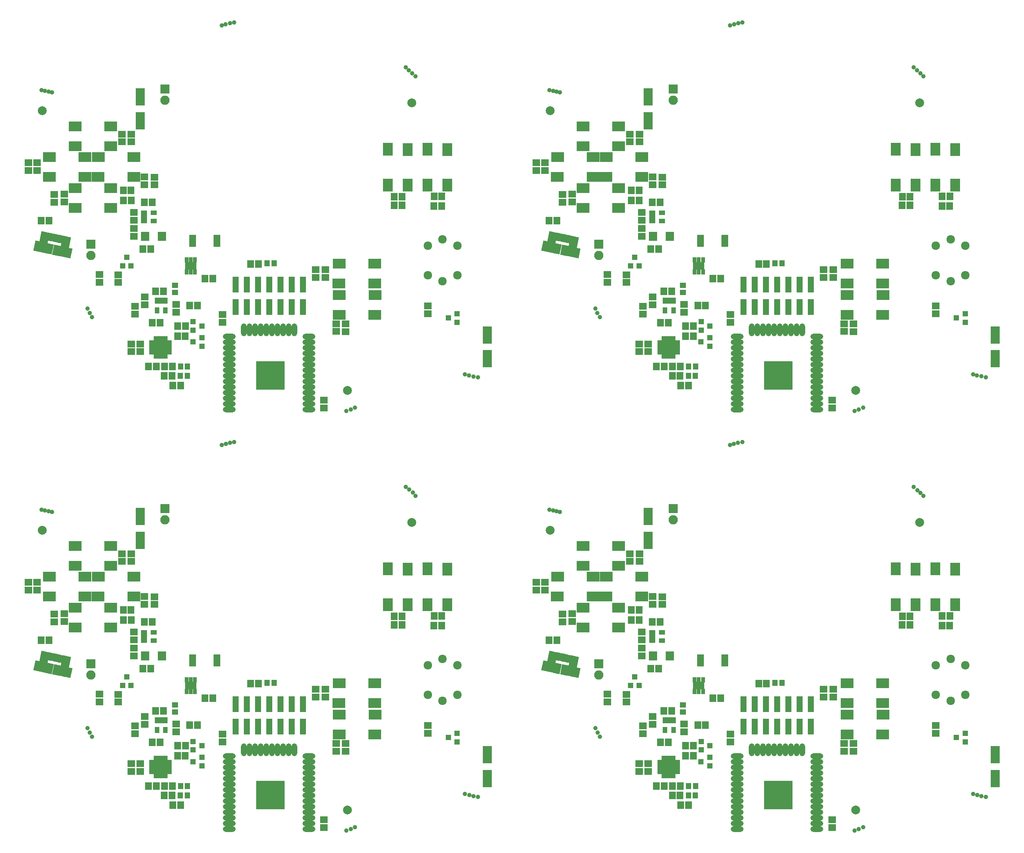
<source format=gbr>
G04 #@! TF.GenerationSoftware,KiCad,Pcbnew,(5.0.0-rc2-100-g6d77e594b)*
G04 #@! TF.CreationDate,2018-09-14T16:14:06+02:00*
G04 #@! TF.ProjectId,BruCON_0x0a,427275434F4E5F307830612E6B696361,rev?*
G04 #@! TF.SameCoordinates,Original*
G04 #@! TF.FileFunction,Soldermask,Top*
G04 #@! TF.FilePolarity,Negative*
%FSLAX46Y46*%
G04 Gerber Fmt 4.6, Leading zero omitted, Abs format (unit mm)*
G04 Created by KiCad (PCBNEW (5.0.0-rc2-100-g6d77e594b)) date Fri Sep 14 16:14:06 2018*
%MOMM*%
%LPD*%
G01*
G04 APERTURE LIST*
%ADD10R,2.200000X2.900000*%
%ADD11R,2.900000X2.200000*%
%ADD12R,1.800000X1.520000*%
%ADD13R,1.900000X2.100000*%
%ADD14C,1.000000*%
%ADD15R,1.520000X1.800000*%
%ADD16R,1.050000X1.460000*%
%ADD17R,1.400000X3.550000*%
%ADD18R,2.000000X3.900000*%
%ADD19R,1.400000X1.220000*%
%ADD20O,2.100000X2.100000*%
%ADD21R,2.100000X2.100000*%
%ADD22C,1.575000*%
%ADD23C,0.100000*%
%ADD24C,2.300000*%
%ADD25C,1.875000*%
%ADD26C,0.850000*%
%ADD27R,1.300000X1.200000*%
%ADD28C,2.000000*%
%ADD29R,0.900000X1.230000*%
%ADD30R,2.550000X1.750000*%
%ADD31R,3.000000X3.000000*%
%ADD32R,0.700000X1.250000*%
%ADD33R,1.250000X0.700000*%
%ADD34R,1.500000X0.650000*%
%ADD35R,1.220000X1.400000*%
%ADD36C,1.924000*%
%ADD37R,6.400000X6.400000*%
%ADD38O,2.900000X1.300000*%
%ADD39O,1.300000X2.900000*%
%ADD40R,1.460000X1.050000*%
%ADD41R,1.200000X1.300000*%
G04 APERTURE END LIST*
D10*
G04 #@! TO.C,SW_A1*
X212400000Y-142060000D03*
X212400000Y-133960000D03*
X216900000Y-134010000D03*
X216900000Y-142060000D03*
G04 #@! TD*
G04 #@! TO.C,SW_A1*
X97400000Y-142060000D03*
X97400000Y-133960000D03*
X101900000Y-134010000D03*
X101900000Y-142060000D03*
G04 #@! TD*
G04 #@! TO.C,SW_A1*
X212400000Y-47060000D03*
X212400000Y-38960000D03*
X216900000Y-39010000D03*
X216900000Y-47060000D03*
G04 #@! TD*
D11*
G04 #@! TO.C,SW_DOWN1*
X149700000Y-147260000D03*
X141600000Y-147260000D03*
X141650000Y-142760000D03*
X149700000Y-142760000D03*
G04 #@! TD*
G04 #@! TO.C,SW_DOWN1*
X34700000Y-147260000D03*
X26600000Y-147260000D03*
X26650000Y-142760000D03*
X34700000Y-142760000D03*
G04 #@! TD*
G04 #@! TO.C,SW_DOWN1*
X149700000Y-52260000D03*
X141600000Y-52260000D03*
X141650000Y-47760000D03*
X149700000Y-47760000D03*
G04 #@! TD*
D12*
G04 #@! TO.C,R1*
X151410000Y-162370000D03*
X151410000Y-164130000D03*
G04 #@! TD*
G04 #@! TO.C,R1*
X36410000Y-162370000D03*
X36410000Y-164130000D03*
G04 #@! TD*
G04 #@! TO.C,R1*
X151410000Y-67370000D03*
X151410000Y-69130000D03*
G04 #@! TD*
D13*
G04 #@! TO.C,D2*
X157465000Y-153670000D03*
X161275000Y-153670000D03*
G04 #@! TD*
G04 #@! TO.C,D2*
X42465000Y-153670000D03*
X46275000Y-153670000D03*
G04 #@! TD*
G04 #@! TO.C,D2*
X157465000Y-58670000D03*
X161275000Y-58670000D03*
G04 #@! TD*
D14*
G04 #@! TO.C,tmp_ref16*
X145450000Y-172000000D03*
G04 #@! TD*
G04 #@! TO.C,tmp_ref16*
X30450000Y-172000000D03*
G04 #@! TD*
G04 #@! TO.C,tmp_ref16*
X145450000Y-77000000D03*
G04 #@! TD*
D15*
G04 #@! TO.C,M2*
X159040000Y-145990000D03*
X157280000Y-145990000D03*
G04 #@! TD*
G04 #@! TO.C,M2*
X44040000Y-145990000D03*
X42280000Y-145990000D03*
G04 #@! TD*
G04 #@! TO.C,M2*
X159040000Y-50990000D03*
X157280000Y-50990000D03*
G04 #@! TD*
G04 #@! TO.C,R26*
X152540000Y-145550000D03*
X154300000Y-145550000D03*
G04 #@! TD*
G04 #@! TO.C,R26*
X37540000Y-145550000D03*
X39300000Y-145550000D03*
G04 #@! TD*
G04 #@! TO.C,R26*
X152540000Y-50550000D03*
X154300000Y-50550000D03*
G04 #@! TD*
D14*
G04 #@! TO.C,tmp_ref16*
X144450000Y-170000000D03*
G04 #@! TD*
G04 #@! TO.C,tmp_ref16*
X29450000Y-170000000D03*
G04 #@! TD*
G04 #@! TO.C,tmp_ref16*
X144450000Y-75000000D03*
G04 #@! TD*
D12*
G04 #@! TO.C,C17*
X131040000Y-137020000D03*
X131040000Y-138780000D03*
G04 #@! TD*
G04 #@! TO.C,C17*
X16040000Y-137020000D03*
X16040000Y-138780000D03*
G04 #@! TD*
G04 #@! TO.C,C17*
X131040000Y-42020000D03*
X131040000Y-43780000D03*
G04 #@! TD*
D14*
G04 #@! TO.C,tmp_ref16*
X204000000Y-192850000D03*
G04 #@! TD*
G04 #@! TO.C,tmp_ref16*
X89050000Y-192850000D03*
G04 #@! TD*
G04 #@! TO.C,tmp_ref16*
X136350000Y-121100000D03*
G04 #@! TD*
G04 #@! TO.C,tmp_ref16*
X21350000Y-121100000D03*
G04 #@! TD*
G04 #@! TO.C,tmp_ref16*
X136350000Y-26100000D03*
G04 #@! TD*
G04 #@! TO.C,tmp_ref16*
X205000000Y-192450000D03*
G04 #@! TD*
G04 #@! TO.C,tmp_ref16*
X90000000Y-192450000D03*
G04 #@! TD*
G04 #@! TO.C,tmp_ref16*
X205000000Y-97450000D03*
G04 #@! TD*
D15*
G04 #@! TO.C,R14*
X172770000Y-163220000D03*
X171010000Y-163220000D03*
G04 #@! TD*
G04 #@! TO.C,R14*
X57770000Y-163220000D03*
X56010000Y-163220000D03*
G04 #@! TD*
G04 #@! TO.C,R14*
X172770000Y-68220000D03*
X171010000Y-68220000D03*
G04 #@! TD*
D16*
G04 #@! TO.C,U7*
X162080000Y-170440000D03*
X160180000Y-170440000D03*
X160180000Y-168240000D03*
X161130000Y-168240000D03*
X162080000Y-168240000D03*
G04 #@! TD*
G04 #@! TO.C,U7*
X47080000Y-170440000D03*
X45180000Y-170440000D03*
X45180000Y-168240000D03*
X46130000Y-168240000D03*
X47080000Y-168240000D03*
G04 #@! TD*
G04 #@! TO.C,U7*
X162080000Y-75440000D03*
X160180000Y-75440000D03*
X160180000Y-73240000D03*
X161130000Y-73240000D03*
X162080000Y-73240000D03*
G04 #@! TD*
D14*
G04 #@! TO.C,tmp_ref16*
X230850000Y-185200000D03*
G04 #@! TD*
G04 #@! TO.C,tmp_ref16*
X115850000Y-185200000D03*
G04 #@! TD*
G04 #@! TO.C,tmp_ref16*
X230800000Y-90150000D03*
G04 #@! TD*
D12*
G04 #@! TO.C,C6*
X154330000Y-178040000D03*
X154330000Y-179800000D03*
G04 #@! TD*
G04 #@! TO.C,C6*
X39330000Y-178040000D03*
X39330000Y-179800000D03*
G04 #@! TD*
G04 #@! TO.C,C6*
X154330000Y-83040000D03*
X154330000Y-84800000D03*
G04 #@! TD*
G04 #@! TO.C,C7*
X157360000Y-169170000D03*
X157360000Y-167410000D03*
G04 #@! TD*
G04 #@! TO.C,C7*
X42360000Y-169170000D03*
X42360000Y-167410000D03*
G04 #@! TD*
G04 #@! TO.C,C7*
X157360000Y-74170000D03*
X157360000Y-72410000D03*
G04 #@! TD*
D11*
G04 #@! TO.C,SW_RESET1*
X209470000Y-164380000D03*
X201370000Y-164380000D03*
X201420000Y-159880000D03*
X209470000Y-159880000D03*
G04 #@! TD*
G04 #@! TO.C,SW_RESET1*
X94470000Y-164380000D03*
X86370000Y-164380000D03*
X86420000Y-159880000D03*
X94470000Y-159880000D03*
G04 #@! TD*
G04 #@! TO.C,SW_RESET1*
X209470000Y-69380000D03*
X201370000Y-69380000D03*
X201420000Y-64880000D03*
X209470000Y-64880000D03*
G04 #@! TD*
D14*
G04 #@! TO.C,tmp_ref16*
X144900000Y-171000000D03*
G04 #@! TD*
G04 #@! TO.C,tmp_ref16*
X29900000Y-171000000D03*
G04 #@! TD*
G04 #@! TO.C,tmp_ref16*
X144850000Y-76050000D03*
G04 #@! TD*
D12*
G04 #@! TO.C,C1*
X197980000Y-192560000D03*
X197980000Y-190800000D03*
G04 #@! TD*
G04 #@! TO.C,C1*
X82980000Y-192560000D03*
X82980000Y-190800000D03*
G04 #@! TD*
G04 #@! TO.C,C1*
X197980000Y-97560000D03*
X197980000Y-95800000D03*
G04 #@! TD*
D17*
G04 #@! TO.C,J2*
X193170000Y-164615000D03*
X193170000Y-169665000D03*
X190630000Y-164615000D03*
X190630000Y-169665000D03*
X188090000Y-164615000D03*
X188090000Y-169665000D03*
X185550000Y-164615000D03*
X185550000Y-169665000D03*
X183010000Y-164615000D03*
X183010000Y-169665000D03*
X180470000Y-164615000D03*
X180470000Y-169665000D03*
X177930000Y-164615000D03*
X177930000Y-169665000D03*
G04 #@! TD*
G04 #@! TO.C,J2*
X78170000Y-164615000D03*
X78170000Y-169665000D03*
X75630000Y-164615000D03*
X75630000Y-169665000D03*
X73090000Y-164615000D03*
X73090000Y-169665000D03*
X70550000Y-164615000D03*
X70550000Y-169665000D03*
X68010000Y-164615000D03*
X68010000Y-169665000D03*
X65470000Y-164615000D03*
X65470000Y-169665000D03*
X62930000Y-164615000D03*
X62930000Y-169665000D03*
G04 #@! TD*
G04 #@! TO.C,J2*
X193170000Y-69615000D03*
X193170000Y-74665000D03*
X190630000Y-69615000D03*
X190630000Y-74665000D03*
X188090000Y-69615000D03*
X188090000Y-74665000D03*
X185550000Y-69615000D03*
X185550000Y-74665000D03*
X183010000Y-69615000D03*
X183010000Y-74665000D03*
X180470000Y-69615000D03*
X180470000Y-74665000D03*
X177930000Y-69615000D03*
X177930000Y-74665000D03*
G04 #@! TD*
D15*
G04 #@! TO.C,C4*
X160880000Y-173230000D03*
X159120000Y-173230000D03*
G04 #@! TD*
G04 #@! TO.C,C4*
X45880000Y-173230000D03*
X44120000Y-173230000D03*
G04 #@! TD*
G04 #@! TO.C,C4*
X160880000Y-78230000D03*
X159120000Y-78230000D03*
G04 #@! TD*
D18*
G04 #@! TO.C,CP1*
X156360000Y-122090000D03*
X156360000Y-127490000D03*
G04 #@! TD*
G04 #@! TO.C,CP1*
X41360000Y-122090000D03*
X41360000Y-127490000D03*
G04 #@! TD*
G04 #@! TO.C,CP1*
X156360000Y-27090000D03*
X156360000Y-32490000D03*
G04 #@! TD*
D14*
G04 #@! TO.C,tmp_ref16*
X176700000Y-105450000D03*
G04 #@! TD*
G04 #@! TO.C,tmp_ref16*
X61700000Y-105450000D03*
G04 #@! TD*
G04 #@! TO.C,tmp_ref16*
X176750000Y-10450000D03*
G04 #@! TD*
D19*
G04 #@! TO.C,LED3*
X164250000Y-164770000D03*
X164250000Y-166370000D03*
G04 #@! TD*
G04 #@! TO.C,LED3*
X49250000Y-164770000D03*
X49250000Y-166370000D03*
G04 #@! TD*
G04 #@! TO.C,LED3*
X164250000Y-69770000D03*
X164250000Y-71370000D03*
G04 #@! TD*
D14*
G04 #@! TO.C,tmp_ref16*
X134000000Y-120550000D03*
G04 #@! TD*
G04 #@! TO.C,tmp_ref16*
X19000000Y-120550000D03*
G04 #@! TD*
G04 #@! TO.C,tmp_ref16*
X134000000Y-25550000D03*
G04 #@! TD*
D12*
G04 #@! TO.C,R20*
X154360000Y-130530000D03*
X154360000Y-132290000D03*
G04 #@! TD*
G04 #@! TO.C,R20*
X39360000Y-130530000D03*
X39360000Y-132290000D03*
G04 #@! TD*
G04 #@! TO.C,R20*
X154360000Y-35530000D03*
X154360000Y-37290000D03*
G04 #@! TD*
G04 #@! TO.C,C11*
X147150000Y-164100000D03*
X147150000Y-162340000D03*
G04 #@! TD*
G04 #@! TO.C,C11*
X32150000Y-164100000D03*
X32150000Y-162340000D03*
G04 #@! TD*
G04 #@! TO.C,C11*
X147150000Y-69100000D03*
X147150000Y-67340000D03*
G04 #@! TD*
D10*
G04 #@! TO.C,SW_B1*
X221400000Y-142060000D03*
X221400000Y-133960000D03*
X225900000Y-134010000D03*
X225900000Y-142060000D03*
G04 #@! TD*
G04 #@! TO.C,SW_B1*
X106400000Y-142060000D03*
X106400000Y-133960000D03*
X110900000Y-134010000D03*
X110900000Y-142060000D03*
G04 #@! TD*
G04 #@! TO.C,SW_B1*
X221400000Y-47060000D03*
X221400000Y-38960000D03*
X225900000Y-39010000D03*
X225900000Y-47060000D03*
G04 #@! TD*
D14*
G04 #@! TO.C,tmp_ref16*
X218650000Y-117450000D03*
G04 #@! TD*
G04 #@! TO.C,tmp_ref16*
X103650000Y-117450000D03*
G04 #@! TD*
G04 #@! TO.C,tmp_ref16*
X218650000Y-22450000D03*
G04 #@! TD*
D20*
G04 #@! TO.C,J3*
X145160000Y-158030000D03*
D21*
X145160000Y-155490000D03*
G04 #@! TD*
D20*
G04 #@! TO.C,J3*
X30160000Y-158030000D03*
D21*
X30160000Y-155490000D03*
G04 #@! TD*
D20*
G04 #@! TO.C,J3*
X145160000Y-63030000D03*
D21*
X145160000Y-60490000D03*
G04 #@! TD*
D14*
G04 #@! TO.C,tmp_ref16*
X231800000Y-185400000D03*
G04 #@! TD*
G04 #@! TO.C,tmp_ref16*
X116800000Y-185450000D03*
G04 #@! TD*
G04 #@! TO.C,tmp_ref16*
X231800000Y-90350000D03*
G04 #@! TD*
G04 #@! TO.C,tmp_ref16*
X134800000Y-120750000D03*
G04 #@! TD*
G04 #@! TO.C,tmp_ref16*
X19800000Y-120750000D03*
G04 #@! TD*
G04 #@! TO.C,tmp_ref16*
X134800000Y-25750000D03*
G04 #@! TD*
D12*
G04 #@! TO.C,R18*
X221450000Y-171210000D03*
X221450000Y-169450000D03*
G04 #@! TD*
G04 #@! TO.C,R18*
X106450000Y-171210000D03*
X106450000Y-169450000D03*
G04 #@! TD*
G04 #@! TO.C,R18*
X221450000Y-76210000D03*
X221450000Y-74450000D03*
G04 #@! TD*
D22*
G04 #@! TO.C,J4*
X137435235Y-156849623D03*
D23*
G36*
X136425845Y-157810762D02*
X136904042Y-155561023D01*
X138444625Y-155888484D01*
X137966428Y-158138223D01*
X136425845Y-157810762D01*
X136425845Y-157810762D01*
G37*
D22*
X135791947Y-156500331D03*
D23*
G36*
X134782557Y-157461470D02*
X135260754Y-155211731D01*
X136801337Y-155539192D01*
X136323140Y-157788931D01*
X134782557Y-157461470D01*
X134782557Y-157461470D01*
G37*
D24*
X139460000Y-157280000D03*
D23*
G36*
X137863722Y-158116392D02*
X138341919Y-155866653D01*
X141056278Y-156443608D01*
X140578081Y-158693347D01*
X137863722Y-158116392D01*
X137863722Y-158116392D01*
G37*
D24*
X133767181Y-156069954D03*
D23*
G36*
X132170903Y-156906346D02*
X132649100Y-154656607D01*
X135363459Y-155233562D01*
X134885262Y-157483301D01*
X132170903Y-156906346D01*
X132170903Y-156906346D01*
G37*
D25*
X139500476Y-154937220D03*
D23*
G36*
X138323573Y-155964987D02*
X138843352Y-153519618D01*
X140677379Y-153909453D01*
X140157600Y-156354822D01*
X138323573Y-155964987D01*
X138323573Y-155964987D01*
G37*
D25*
X134683099Y-153913255D03*
D23*
G36*
X133506196Y-154941022D02*
X134025975Y-152495653D01*
X135860002Y-152885488D01*
X135340223Y-155330857D01*
X133506196Y-154941022D01*
X133506196Y-154941022D01*
G37*
D26*
X138438228Y-154343390D03*
D23*
G36*
X137837474Y-155125579D02*
X138207557Y-153384476D01*
X139038982Y-153561201D01*
X138668899Y-155302304D01*
X137837474Y-155125579D01*
X137837474Y-155125579D01*
G37*
D26*
X137802432Y-154208247D03*
D23*
G36*
X137201678Y-154990436D02*
X137571761Y-153249333D01*
X138403186Y-153426058D01*
X138033103Y-155167161D01*
X137201678Y-154990436D01*
X137201678Y-154990436D01*
G37*
D26*
X137166636Y-154073105D03*
D23*
G36*
X136565882Y-154855294D02*
X136935965Y-153114191D01*
X137767390Y-153290916D01*
X137397307Y-155032019D01*
X136565882Y-154855294D01*
X136565882Y-154855294D01*
G37*
D26*
X136530840Y-153937962D03*
D23*
G36*
X135930086Y-154720151D02*
X136300169Y-152979048D01*
X137131594Y-153155773D01*
X136761511Y-154896876D01*
X135930086Y-154720151D01*
X135930086Y-154720151D01*
G37*
D26*
X135895044Y-153802819D03*
D23*
G36*
X135294290Y-154585008D02*
X135664373Y-152843905D01*
X136495798Y-153020630D01*
X136125715Y-154761733D01*
X135294290Y-154585008D01*
X135294290Y-154585008D01*
G37*
G04 #@! TD*
D22*
G04 #@! TO.C,J4*
X22435235Y-156849623D03*
D23*
G36*
X21425845Y-157810762D02*
X21904042Y-155561023D01*
X23444625Y-155888484D01*
X22966428Y-158138223D01*
X21425845Y-157810762D01*
X21425845Y-157810762D01*
G37*
D22*
X20791947Y-156500331D03*
D23*
G36*
X19782557Y-157461470D02*
X20260754Y-155211731D01*
X21801337Y-155539192D01*
X21323140Y-157788931D01*
X19782557Y-157461470D01*
X19782557Y-157461470D01*
G37*
D24*
X24460000Y-157280000D03*
D23*
G36*
X22863722Y-158116392D02*
X23341919Y-155866653D01*
X26056278Y-156443608D01*
X25578081Y-158693347D01*
X22863722Y-158116392D01*
X22863722Y-158116392D01*
G37*
D24*
X18767181Y-156069954D03*
D23*
G36*
X17170903Y-156906346D02*
X17649100Y-154656607D01*
X20363459Y-155233562D01*
X19885262Y-157483301D01*
X17170903Y-156906346D01*
X17170903Y-156906346D01*
G37*
D25*
X24500476Y-154937220D03*
D23*
G36*
X23323573Y-155964987D02*
X23843352Y-153519618D01*
X25677379Y-153909453D01*
X25157600Y-156354822D01*
X23323573Y-155964987D01*
X23323573Y-155964987D01*
G37*
D25*
X19683099Y-153913255D03*
D23*
G36*
X18506196Y-154941022D02*
X19025975Y-152495653D01*
X20860002Y-152885488D01*
X20340223Y-155330857D01*
X18506196Y-154941022D01*
X18506196Y-154941022D01*
G37*
D26*
X23438228Y-154343390D03*
D23*
G36*
X22837474Y-155125579D02*
X23207557Y-153384476D01*
X24038982Y-153561201D01*
X23668899Y-155302304D01*
X22837474Y-155125579D01*
X22837474Y-155125579D01*
G37*
D26*
X22802432Y-154208247D03*
D23*
G36*
X22201678Y-154990436D02*
X22571761Y-153249333D01*
X23403186Y-153426058D01*
X23033103Y-155167161D01*
X22201678Y-154990436D01*
X22201678Y-154990436D01*
G37*
D26*
X22166636Y-154073105D03*
D23*
G36*
X21565882Y-154855294D02*
X21935965Y-153114191D01*
X22767390Y-153290916D01*
X22397307Y-155032019D01*
X21565882Y-154855294D01*
X21565882Y-154855294D01*
G37*
D26*
X21530840Y-153937962D03*
D23*
G36*
X20930086Y-154720151D02*
X21300169Y-152979048D01*
X22131594Y-153155773D01*
X21761511Y-154896876D01*
X20930086Y-154720151D01*
X20930086Y-154720151D01*
G37*
D26*
X20895044Y-153802819D03*
D23*
G36*
X20294290Y-154585008D02*
X20664373Y-152843905D01*
X21495798Y-153020630D01*
X21125715Y-154761733D01*
X20294290Y-154585008D01*
X20294290Y-154585008D01*
G37*
G04 #@! TD*
D22*
G04 #@! TO.C,J4*
X137435235Y-61849623D03*
D23*
G36*
X136425845Y-62810762D02*
X136904042Y-60561023D01*
X138444625Y-60888484D01*
X137966428Y-63138223D01*
X136425845Y-62810762D01*
X136425845Y-62810762D01*
G37*
D22*
X135791947Y-61500331D03*
D23*
G36*
X134782557Y-62461470D02*
X135260754Y-60211731D01*
X136801337Y-60539192D01*
X136323140Y-62788931D01*
X134782557Y-62461470D01*
X134782557Y-62461470D01*
G37*
D24*
X139460000Y-62280000D03*
D23*
G36*
X137863722Y-63116392D02*
X138341919Y-60866653D01*
X141056278Y-61443608D01*
X140578081Y-63693347D01*
X137863722Y-63116392D01*
X137863722Y-63116392D01*
G37*
D24*
X133767181Y-61069954D03*
D23*
G36*
X132170903Y-61906346D02*
X132649100Y-59656607D01*
X135363459Y-60233562D01*
X134885262Y-62483301D01*
X132170903Y-61906346D01*
X132170903Y-61906346D01*
G37*
D25*
X139500476Y-59937220D03*
D23*
G36*
X138323573Y-60964987D02*
X138843352Y-58519618D01*
X140677379Y-58909453D01*
X140157600Y-61354822D01*
X138323573Y-60964987D01*
X138323573Y-60964987D01*
G37*
D25*
X134683099Y-58913255D03*
D23*
G36*
X133506196Y-59941022D02*
X134025975Y-57495653D01*
X135860002Y-57885488D01*
X135340223Y-60330857D01*
X133506196Y-59941022D01*
X133506196Y-59941022D01*
G37*
D26*
X138438228Y-59343390D03*
D23*
G36*
X137837474Y-60125579D02*
X138207557Y-58384476D01*
X139038982Y-58561201D01*
X138668899Y-60302304D01*
X137837474Y-60125579D01*
X137837474Y-60125579D01*
G37*
D26*
X137802432Y-59208247D03*
D23*
G36*
X137201678Y-59990436D02*
X137571761Y-58249333D01*
X138403186Y-58426058D01*
X138033103Y-60167161D01*
X137201678Y-59990436D01*
X137201678Y-59990436D01*
G37*
D26*
X137166636Y-59073105D03*
D23*
G36*
X136565882Y-59855294D02*
X136935965Y-58114191D01*
X137767390Y-58290916D01*
X137397307Y-60032019D01*
X136565882Y-59855294D01*
X136565882Y-59855294D01*
G37*
D26*
X136530840Y-58937962D03*
D23*
G36*
X135930086Y-59720151D02*
X136300169Y-57979048D01*
X137131594Y-58155773D01*
X136761511Y-59896876D01*
X135930086Y-59720151D01*
X135930086Y-59720151D01*
G37*
D26*
X135895044Y-58802819D03*
D23*
G36*
X135294290Y-59585008D02*
X135664373Y-57843905D01*
X136495798Y-58020630D01*
X136125715Y-59761733D01*
X135294290Y-59585008D01*
X135294290Y-59585008D01*
G37*
G04 #@! TD*
D27*
G04 #@! TO.C,Q1*
X226120000Y-172170000D03*
X228120000Y-171220000D03*
X228120000Y-173120000D03*
G04 #@! TD*
G04 #@! TO.C,Q1*
X111120000Y-172170000D03*
X113120000Y-171220000D03*
X113120000Y-173120000D03*
G04 #@! TD*
G04 #@! TO.C,Q1*
X226120000Y-77170000D03*
X228120000Y-76220000D03*
X228120000Y-78120000D03*
G04 #@! TD*
D14*
G04 #@! TO.C,tmp_ref16*
X216500000Y-115450000D03*
G04 #@! TD*
G04 #@! TO.C,tmp_ref16*
X101500000Y-115450000D03*
G04 #@! TD*
G04 #@! TO.C,tmp_ref16*
X216500000Y-20450000D03*
G04 #@! TD*
D28*
G04 #@! TO.C,REF\002A\002A*
X203300000Y-188600000D03*
G04 #@! TD*
G04 #@! TO.C,REF\002A\002A*
X88300000Y-188600000D03*
G04 #@! TD*
G04 #@! TO.C,REF\002A\002A*
X203300000Y-93600000D03*
G04 #@! TD*
D12*
G04 #@! TO.C,C15*
X139200000Y-144130000D03*
X139200000Y-145890000D03*
G04 #@! TD*
G04 #@! TO.C,C15*
X24200000Y-144130000D03*
X24200000Y-145890000D03*
G04 #@! TD*
G04 #@! TO.C,C15*
X139200000Y-49130000D03*
X139200000Y-50890000D03*
G04 #@! TD*
D11*
G04 #@! TO.C,SW_PROG1*
X201400000Y-166960000D03*
X209500000Y-166960000D03*
X209450000Y-171460000D03*
X201400000Y-171460000D03*
G04 #@! TD*
G04 #@! TO.C,SW_PROG1*
X86400000Y-166960000D03*
X94500000Y-166960000D03*
X94450000Y-171460000D03*
X86400000Y-171460000D03*
G04 #@! TD*
G04 #@! TO.C,SW_PROG1*
X201400000Y-71960000D03*
X209500000Y-71960000D03*
X209450000Y-76460000D03*
X201400000Y-76460000D03*
G04 #@! TD*
D14*
G04 #@! TO.C,tmp_ref16*
X175750000Y-105700000D03*
G04 #@! TD*
G04 #@! TO.C,tmp_ref16*
X60750000Y-105700000D03*
G04 #@! TD*
G04 #@! TO.C,tmp_ref16*
X175800000Y-10700000D03*
G04 #@! TD*
D15*
G04 #@! TO.C,R25*
X222870000Y-146790000D03*
X224630000Y-146790000D03*
G04 #@! TD*
G04 #@! TO.C,R25*
X107870000Y-146790000D03*
X109630000Y-146790000D03*
G04 #@! TD*
G04 #@! TO.C,R25*
X222870000Y-51790000D03*
X224630000Y-51790000D03*
G04 #@! TD*
D12*
G04 #@! TO.C,R23*
X132980000Y-137000000D03*
X132980000Y-138760000D03*
G04 #@! TD*
G04 #@! TO.C,R23*
X17980000Y-137000000D03*
X17980000Y-138760000D03*
G04 #@! TD*
G04 #@! TO.C,R23*
X132980000Y-42000000D03*
X132980000Y-43760000D03*
G04 #@! TD*
D15*
G04 #@! TO.C,C9*
X167580000Y-169350000D03*
X169340000Y-169350000D03*
G04 #@! TD*
G04 #@! TO.C,C9*
X52580000Y-169350000D03*
X54340000Y-169350000D03*
G04 #@! TD*
G04 #@! TO.C,C9*
X167580000Y-74350000D03*
X169340000Y-74350000D03*
G04 #@! TD*
D14*
G04 #@! TO.C,tmp_ref16*
X174850000Y-105900000D03*
G04 #@! TD*
G04 #@! TO.C,tmp_ref16*
X59850000Y-105900000D03*
G04 #@! TD*
G04 #@! TO.C,tmp_ref16*
X174850000Y-10900000D03*
G04 #@! TD*
D27*
G04 #@! TO.C,Q2*
X168330000Y-173030000D03*
X168330000Y-174930000D03*
X170330000Y-173980000D03*
G04 #@! TD*
G04 #@! TO.C,Q2*
X53330000Y-173030000D03*
X53330000Y-174930000D03*
X55330000Y-173980000D03*
G04 #@! TD*
G04 #@! TO.C,Q2*
X168330000Y-78030000D03*
X168330000Y-79930000D03*
X170330000Y-78980000D03*
G04 #@! TD*
D29*
G04 #@! TO.C,U3*
X167810000Y-159060000D03*
X168760000Y-159060000D03*
X166860000Y-159060000D03*
X167810000Y-161760000D03*
X168760000Y-161760000D03*
X166860000Y-161760000D03*
D30*
X167810000Y-160410000D03*
G04 #@! TD*
D29*
G04 #@! TO.C,U3*
X52810000Y-159060000D03*
X53760000Y-159060000D03*
X51860000Y-159060000D03*
X52810000Y-161760000D03*
X53760000Y-161760000D03*
X51860000Y-161760000D03*
D30*
X52810000Y-160410000D03*
G04 #@! TD*
D29*
G04 #@! TO.C,U3*
X167810000Y-64060000D03*
X168760000Y-64060000D03*
X166860000Y-64060000D03*
X167810000Y-66760000D03*
X168760000Y-66760000D03*
X166860000Y-66760000D03*
D30*
X167810000Y-65410000D03*
G04 #@! TD*
D31*
G04 #@! TO.C,U2*
X160970000Y-178840000D03*
D32*
X159720000Y-176890000D03*
X160220000Y-176890000D03*
X160720000Y-176890000D03*
X161220000Y-176890000D03*
X161720000Y-176890000D03*
X162220000Y-176890000D03*
D33*
X162920000Y-177590000D03*
X162920000Y-178090000D03*
X162920000Y-178590000D03*
X162920000Y-179090000D03*
X162920000Y-179590000D03*
X162920000Y-180090000D03*
D32*
X162220000Y-180790000D03*
X161720000Y-180790000D03*
X161220000Y-180790000D03*
X160720000Y-180790000D03*
X160220000Y-180790000D03*
X159720000Y-180790000D03*
D33*
X159020000Y-180090000D03*
X159020000Y-179590000D03*
X159020000Y-179090000D03*
X159020000Y-178590000D03*
X159020000Y-178090000D03*
X159020000Y-177590000D03*
G04 #@! TD*
D31*
G04 #@! TO.C,U2*
X45970000Y-178840000D03*
D32*
X44720000Y-176890000D03*
X45220000Y-176890000D03*
X45720000Y-176890000D03*
X46220000Y-176890000D03*
X46720000Y-176890000D03*
X47220000Y-176890000D03*
D33*
X47920000Y-177590000D03*
X47920000Y-178090000D03*
X47920000Y-178590000D03*
X47920000Y-179090000D03*
X47920000Y-179590000D03*
X47920000Y-180090000D03*
D32*
X47220000Y-180790000D03*
X46720000Y-180790000D03*
X46220000Y-180790000D03*
X45720000Y-180790000D03*
X45220000Y-180790000D03*
X44720000Y-180790000D03*
D33*
X44020000Y-180090000D03*
X44020000Y-179590000D03*
X44020000Y-179090000D03*
X44020000Y-178590000D03*
X44020000Y-178090000D03*
X44020000Y-177590000D03*
G04 #@! TD*
D31*
G04 #@! TO.C,U2*
X160970000Y-83840000D03*
D32*
X159720000Y-81890000D03*
X160220000Y-81890000D03*
X160720000Y-81890000D03*
X161220000Y-81890000D03*
X161720000Y-81890000D03*
X162220000Y-81890000D03*
D33*
X162920000Y-82590000D03*
X162920000Y-83090000D03*
X162920000Y-83590000D03*
X162920000Y-84090000D03*
X162920000Y-84590000D03*
X162920000Y-85090000D03*
D32*
X162220000Y-85790000D03*
X161720000Y-85790000D03*
X161220000Y-85790000D03*
X160720000Y-85790000D03*
X160220000Y-85790000D03*
X159720000Y-85790000D03*
D33*
X159020000Y-85090000D03*
X159020000Y-84590000D03*
X159020000Y-84090000D03*
X159020000Y-83590000D03*
X159020000Y-83090000D03*
X159020000Y-82590000D03*
G04 #@! TD*
D15*
G04 #@! TO.C,C13*
X156950000Y-156540000D03*
X158710000Y-156540000D03*
G04 #@! TD*
G04 #@! TO.C,C13*
X41950000Y-156540000D03*
X43710000Y-156540000D03*
G04 #@! TD*
G04 #@! TO.C,C13*
X156950000Y-61540000D03*
X158710000Y-61540000D03*
G04 #@! TD*
D27*
G04 #@! TO.C,Q3*
X168310000Y-177600000D03*
X170310000Y-176650000D03*
X170310000Y-178550000D03*
G04 #@! TD*
G04 #@! TO.C,Q3*
X53310000Y-177600000D03*
X55310000Y-176650000D03*
X55310000Y-178550000D03*
G04 #@! TD*
G04 #@! TO.C,Q3*
X168310000Y-82600000D03*
X170310000Y-81650000D03*
X170310000Y-83550000D03*
G04 #@! TD*
D12*
G04 #@! TO.C,R16*
X154900000Y-153690000D03*
X154900000Y-151930000D03*
G04 #@! TD*
G04 #@! TO.C,R16*
X39900000Y-153690000D03*
X39900000Y-151930000D03*
G04 #@! TD*
G04 #@! TO.C,R16*
X154900000Y-58690000D03*
X154900000Y-56930000D03*
G04 #@! TD*
G04 #@! TO.C,R5*
X200710000Y-173470000D03*
X200710000Y-175230000D03*
G04 #@! TD*
G04 #@! TO.C,R5*
X85710000Y-173470000D03*
X85710000Y-175230000D03*
G04 #@! TD*
G04 #@! TO.C,R5*
X200710000Y-78470000D03*
X200710000Y-80230000D03*
G04 #@! TD*
D34*
G04 #@! TO.C,J1*
X168220000Y-153690000D03*
X173720000Y-153690000D03*
X168220000Y-154190000D03*
X173720000Y-154190000D03*
X168220000Y-154690000D03*
X173720000Y-154690000D03*
X168220000Y-155190000D03*
X173720000Y-155190000D03*
X168220000Y-155690000D03*
X173720000Y-155690000D03*
G04 #@! TD*
G04 #@! TO.C,J1*
X53220000Y-153690000D03*
X58720000Y-153690000D03*
X53220000Y-154190000D03*
X58720000Y-154190000D03*
X53220000Y-154690000D03*
X58720000Y-154690000D03*
X53220000Y-155190000D03*
X58720000Y-155190000D03*
X53220000Y-155690000D03*
X58720000Y-155690000D03*
G04 #@! TD*
G04 #@! TO.C,J1*
X168220000Y-58690000D03*
X173720000Y-58690000D03*
X168220000Y-59190000D03*
X173720000Y-59190000D03*
X168220000Y-59690000D03*
X173720000Y-59690000D03*
X168220000Y-60190000D03*
X173720000Y-60190000D03*
X168220000Y-60690000D03*
X173720000Y-60690000D03*
G04 #@! TD*
D12*
G04 #@! TO.C,R21*
X136930000Y-144180000D03*
X136930000Y-145940000D03*
G04 #@! TD*
G04 #@! TO.C,R21*
X21930000Y-144180000D03*
X21930000Y-145940000D03*
G04 #@! TD*
G04 #@! TO.C,R21*
X136930000Y-49180000D03*
X136930000Y-50940000D03*
G04 #@! TD*
G04 #@! TO.C,R8*
X156360000Y-179800000D03*
X156360000Y-178040000D03*
G04 #@! TD*
G04 #@! TO.C,R8*
X41360000Y-179800000D03*
X41360000Y-178040000D03*
G04 #@! TD*
G04 #@! TO.C,R8*
X156360000Y-84800000D03*
X156360000Y-83040000D03*
G04 #@! TD*
D15*
G04 #@! TO.C,R13*
X161640000Y-166090000D03*
X159880000Y-166090000D03*
G04 #@! TD*
G04 #@! TO.C,R13*
X46640000Y-166090000D03*
X44880000Y-166090000D03*
G04 #@! TD*
G04 #@! TO.C,R13*
X161640000Y-71090000D03*
X159880000Y-71090000D03*
G04 #@! TD*
D14*
G04 #@! TO.C,tmp_ref16*
X135600000Y-120950000D03*
G04 #@! TD*
G04 #@! TO.C,tmp_ref16*
X20600000Y-120950000D03*
G04 #@! TD*
G04 #@! TO.C,tmp_ref16*
X135600000Y-25950000D03*
G04 #@! TD*
D35*
G04 #@! TO.C,LED2*
X165480000Y-183160000D03*
X167080000Y-183160000D03*
G04 #@! TD*
G04 #@! TO.C,LED2*
X50480000Y-183160000D03*
X52080000Y-183160000D03*
G04 #@! TD*
G04 #@! TO.C,LED2*
X165480000Y-88160000D03*
X167080000Y-88160000D03*
G04 #@! TD*
D12*
G04 #@! TO.C,R3*
X174970000Y-173170000D03*
X174970000Y-171410000D03*
G04 #@! TD*
G04 #@! TO.C,R3*
X59970000Y-173170000D03*
X59970000Y-171410000D03*
G04 #@! TD*
G04 #@! TO.C,R3*
X174970000Y-78170000D03*
X174970000Y-76410000D03*
G04 #@! TD*
D14*
G04 #@! TO.C,tmp_ref16*
X217300000Y-116150000D03*
G04 #@! TD*
G04 #@! TO.C,tmp_ref16*
X102250000Y-116000000D03*
G04 #@! TD*
G04 #@! TO.C,tmp_ref16*
X217250000Y-21100000D03*
G04 #@! TD*
D15*
G04 #@! TO.C,R9*
X164850000Y-174000000D03*
X166610000Y-174000000D03*
G04 #@! TD*
G04 #@! TO.C,R9*
X49850000Y-174000000D03*
X51610000Y-174000000D03*
G04 #@! TD*
G04 #@! TO.C,R9*
X164850000Y-79000000D03*
X166610000Y-79000000D03*
G04 #@! TD*
G04 #@! TO.C,R10*
X166560000Y-176250000D03*
X164800000Y-176250000D03*
G04 #@! TD*
G04 #@! TO.C,R10*
X51560000Y-176250000D03*
X49800000Y-176250000D03*
G04 #@! TD*
G04 #@! TO.C,R10*
X166560000Y-81250000D03*
X164800000Y-81250000D03*
G04 #@! TD*
G04 #@! TO.C,R12*
X163610000Y-183170000D03*
X161850000Y-183170000D03*
G04 #@! TD*
G04 #@! TO.C,R12*
X48610000Y-183170000D03*
X46850000Y-183170000D03*
G04 #@! TD*
G04 #@! TO.C,R12*
X163610000Y-88170000D03*
X161850000Y-88170000D03*
G04 #@! TD*
D35*
G04 #@! TO.C,LED1*
X167050000Y-185300000D03*
X165450000Y-185300000D03*
G04 #@! TD*
G04 #@! TO.C,LED1*
X52050000Y-185300000D03*
X50450000Y-185300000D03*
G04 #@! TD*
G04 #@! TO.C,LED1*
X167050000Y-90300000D03*
X165450000Y-90300000D03*
G04 #@! TD*
D28*
G04 #@! TO.C,REF\002A\002A*
X134200000Y-125200000D03*
G04 #@! TD*
G04 #@! TO.C,REF\002A\002A*
X19200000Y-125200000D03*
G04 #@! TD*
G04 #@! TO.C,REF\002A\002A*
X134200000Y-30200000D03*
G04 #@! TD*
D15*
G04 #@! TO.C,R11*
X161820000Y-185260000D03*
X163580000Y-185260000D03*
G04 #@! TD*
G04 #@! TO.C,R11*
X46820000Y-185260000D03*
X48580000Y-185260000D03*
G04 #@! TD*
G04 #@! TO.C,R11*
X161820000Y-90260000D03*
X163580000Y-90260000D03*
G04 #@! TD*
D12*
G04 #@! TO.C,R17*
X154910000Y-150040000D03*
X154910000Y-148280000D03*
G04 #@! TD*
G04 #@! TO.C,R17*
X39910000Y-150040000D03*
X39910000Y-148280000D03*
G04 #@! TD*
G04 #@! TO.C,R17*
X154910000Y-55040000D03*
X154910000Y-53280000D03*
G04 #@! TD*
D15*
G04 #@! TO.C,C10*
X135690000Y-150090000D03*
X133930000Y-150090000D03*
G04 #@! TD*
G04 #@! TO.C,C10*
X20690000Y-150090000D03*
X18930000Y-150090000D03*
G04 #@! TD*
G04 #@! TO.C,C10*
X135690000Y-55090000D03*
X133930000Y-55090000D03*
G04 #@! TD*
D36*
G04 #@! TO.C,U6*
X224810000Y-163859800D03*
X224810000Y-154360200D03*
X228157720Y-162457720D03*
X221462280Y-162457720D03*
X228157720Y-155762280D03*
X221462280Y-155762280D03*
G04 #@! TD*
G04 #@! TO.C,U6*
X109810000Y-163859800D03*
X109810000Y-154360200D03*
X113157720Y-162457720D03*
X106462280Y-162457720D03*
X113157720Y-155762280D03*
X106462280Y-155762280D03*
G04 #@! TD*
G04 #@! TO.C,U6*
X224810000Y-68859800D03*
X224810000Y-59360200D03*
X228157720Y-67457720D03*
X221462280Y-67457720D03*
X228157720Y-60762280D03*
X221462280Y-60762280D03*
G04 #@! TD*
D21*
G04 #@! TO.C,CONN_BATT1*
X161990000Y-120350000D03*
D20*
X161990000Y-122890000D03*
G04 #@! TD*
D21*
G04 #@! TO.C,CONN_BATT1*
X46990000Y-120350000D03*
D20*
X46990000Y-122890000D03*
G04 #@! TD*
D21*
G04 #@! TO.C,CONN_BATT1*
X161990000Y-25350000D03*
D20*
X161990000Y-27890000D03*
G04 #@! TD*
D11*
G04 #@! TO.C,SW_LEFT1*
X154910000Y-140220000D03*
X146810000Y-140220000D03*
X146860000Y-135720000D03*
X154910000Y-135720000D03*
G04 #@! TD*
G04 #@! TO.C,SW_LEFT1*
X39910000Y-140220000D03*
X31810000Y-140220000D03*
X31860000Y-135720000D03*
X39910000Y-135720000D03*
G04 #@! TD*
G04 #@! TO.C,SW_LEFT1*
X154910000Y-45220000D03*
X146810000Y-45220000D03*
X146860000Y-40720000D03*
X154910000Y-40720000D03*
G04 #@! TD*
D35*
G04 #@! TO.C,LED4*
X185060000Y-159790000D03*
X186660000Y-159790000D03*
G04 #@! TD*
G04 #@! TO.C,LED4*
X70060000Y-159790000D03*
X71660000Y-159790000D03*
G04 #@! TD*
G04 #@! TO.C,LED4*
X185060000Y-64790000D03*
X186660000Y-64790000D03*
G04 #@! TD*
D15*
G04 #@! TO.C,R6*
X159980000Y-183180000D03*
X158220000Y-183180000D03*
G04 #@! TD*
G04 #@! TO.C,R6*
X44980000Y-183180000D03*
X43220000Y-183180000D03*
G04 #@! TD*
G04 #@! TO.C,R6*
X159980000Y-88180000D03*
X158220000Y-88180000D03*
G04 #@! TD*
D12*
G04 #@! TO.C,R19*
X164480000Y-170880000D03*
X164480000Y-169120000D03*
G04 #@! TD*
G04 #@! TO.C,R19*
X49480000Y-170880000D03*
X49480000Y-169120000D03*
G04 #@! TD*
G04 #@! TO.C,R19*
X164480000Y-75880000D03*
X164480000Y-74120000D03*
G04 #@! TD*
D15*
G04 #@! TO.C,R7*
X163740000Y-187480000D03*
X165500000Y-187480000D03*
G04 #@! TD*
G04 #@! TO.C,R7*
X48740000Y-187480000D03*
X50500000Y-187480000D03*
G04 #@! TD*
G04 #@! TO.C,R7*
X163740000Y-92480000D03*
X165500000Y-92480000D03*
G04 #@! TD*
D12*
G04 #@! TO.C,R22*
X159570000Y-142030000D03*
X159570000Y-140270000D03*
G04 #@! TD*
G04 #@! TO.C,R22*
X44570000Y-142030000D03*
X44570000Y-140270000D03*
G04 #@! TD*
G04 #@! TO.C,R22*
X159570000Y-47030000D03*
X159570000Y-45270000D03*
G04 #@! TD*
D37*
G04 #@! TO.C,U1*
X185840000Y-185190000D03*
D38*
X194540000Y-192890000D03*
X194540000Y-191620000D03*
X194540000Y-190350000D03*
X194540000Y-189080000D03*
X194540000Y-187810000D03*
X194540000Y-186540000D03*
X194540000Y-185270000D03*
X194540000Y-184000000D03*
X194540000Y-182730000D03*
X194540000Y-181460000D03*
X194540000Y-180190000D03*
X194540000Y-178920000D03*
X194540000Y-177650000D03*
X194540000Y-176380000D03*
D39*
X191255000Y-174890000D03*
X189985000Y-174890000D03*
X188715000Y-174890000D03*
X187445000Y-174890000D03*
X186175000Y-174890000D03*
X184905000Y-174890000D03*
X183635000Y-174890000D03*
X182365000Y-174890000D03*
X181095000Y-174890000D03*
X179825000Y-174890000D03*
D38*
X176540000Y-176380000D03*
X176540000Y-177650000D03*
X176540000Y-178920000D03*
X176540000Y-180190000D03*
X176540000Y-181460000D03*
X176540000Y-182730000D03*
X176540000Y-184000000D03*
X176540000Y-185270000D03*
X176540000Y-186540000D03*
X176540000Y-187810000D03*
X176540000Y-189080000D03*
X176540000Y-190350000D03*
X176540000Y-191620000D03*
X176540000Y-192890000D03*
G04 #@! TD*
D37*
G04 #@! TO.C,U1*
X70840000Y-185190000D03*
D38*
X79540000Y-192890000D03*
X79540000Y-191620000D03*
X79540000Y-190350000D03*
X79540000Y-189080000D03*
X79540000Y-187810000D03*
X79540000Y-186540000D03*
X79540000Y-185270000D03*
X79540000Y-184000000D03*
X79540000Y-182730000D03*
X79540000Y-181460000D03*
X79540000Y-180190000D03*
X79540000Y-178920000D03*
X79540000Y-177650000D03*
X79540000Y-176380000D03*
D39*
X76255000Y-174890000D03*
X74985000Y-174890000D03*
X73715000Y-174890000D03*
X72445000Y-174890000D03*
X71175000Y-174890000D03*
X69905000Y-174890000D03*
X68635000Y-174890000D03*
X67365000Y-174890000D03*
X66095000Y-174890000D03*
X64825000Y-174890000D03*
D38*
X61540000Y-176380000D03*
X61540000Y-177650000D03*
X61540000Y-178920000D03*
X61540000Y-180190000D03*
X61540000Y-181460000D03*
X61540000Y-182730000D03*
X61540000Y-184000000D03*
X61540000Y-185270000D03*
X61540000Y-186540000D03*
X61540000Y-187810000D03*
X61540000Y-189080000D03*
X61540000Y-190350000D03*
X61540000Y-191620000D03*
X61540000Y-192890000D03*
G04 #@! TD*
D37*
G04 #@! TO.C,U1*
X185840000Y-90190000D03*
D38*
X194540000Y-97890000D03*
X194540000Y-96620000D03*
X194540000Y-95350000D03*
X194540000Y-94080000D03*
X194540000Y-92810000D03*
X194540000Y-91540000D03*
X194540000Y-90270000D03*
X194540000Y-89000000D03*
X194540000Y-87730000D03*
X194540000Y-86460000D03*
X194540000Y-85190000D03*
X194540000Y-83920000D03*
X194540000Y-82650000D03*
X194540000Y-81380000D03*
D39*
X191255000Y-79890000D03*
X189985000Y-79890000D03*
X188715000Y-79890000D03*
X187445000Y-79890000D03*
X186175000Y-79890000D03*
X184905000Y-79890000D03*
X183635000Y-79890000D03*
X182365000Y-79890000D03*
X181095000Y-79890000D03*
X179825000Y-79890000D03*
D38*
X176540000Y-81380000D03*
X176540000Y-82650000D03*
X176540000Y-83920000D03*
X176540000Y-85190000D03*
X176540000Y-86460000D03*
X176540000Y-87730000D03*
X176540000Y-89000000D03*
X176540000Y-90270000D03*
X176540000Y-91540000D03*
X176540000Y-92810000D03*
X176540000Y-94080000D03*
X176540000Y-95350000D03*
X176540000Y-96620000D03*
X176540000Y-97890000D03*
G04 #@! TD*
D12*
G04 #@! TO.C,C5*
X155170000Y-171290000D03*
X155170000Y-169530000D03*
G04 #@! TD*
G04 #@! TO.C,C5*
X40170000Y-171290000D03*
X40170000Y-169530000D03*
G04 #@! TD*
G04 #@! TO.C,C5*
X155170000Y-76290000D03*
X155170000Y-74530000D03*
G04 #@! TD*
D11*
G04 #@! TO.C,SW_RIGHT1*
X143880000Y-140220000D03*
X135780000Y-140220000D03*
X135830000Y-135720000D03*
X143880000Y-135720000D03*
G04 #@! TD*
G04 #@! TO.C,SW_RIGHT1*
X28880000Y-140220000D03*
X20780000Y-140220000D03*
X20830000Y-135720000D03*
X28880000Y-135720000D03*
G04 #@! TD*
G04 #@! TO.C,SW_RIGHT1*
X143880000Y-45220000D03*
X135780000Y-45220000D03*
X135830000Y-40720000D03*
X143880000Y-40720000D03*
G04 #@! TD*
D18*
G04 #@! TO.C,CP2*
X234910000Y-176010000D03*
X234910000Y-181410000D03*
G04 #@! TD*
G04 #@! TO.C,CP2*
X119910000Y-176010000D03*
X119910000Y-181410000D03*
G04 #@! TD*
G04 #@! TO.C,CP2*
X234910000Y-81010000D03*
X234910000Y-86410000D03*
G04 #@! TD*
D14*
G04 #@! TO.C,tmp_ref16*
X204050000Y-97900000D03*
G04 #@! TD*
G04 #@! TO.C,tmp_ref16*
X229900000Y-184950000D03*
G04 #@! TD*
G04 #@! TO.C,tmp_ref16*
X114900000Y-184950000D03*
G04 #@! TD*
G04 #@! TO.C,tmp_ref16*
X229900000Y-89950000D03*
G04 #@! TD*
D15*
G04 #@! TO.C,R24*
X215610000Y-146680000D03*
X213850000Y-146680000D03*
G04 #@! TD*
G04 #@! TO.C,R24*
X100610000Y-146680000D03*
X98850000Y-146680000D03*
G04 #@! TD*
G04 #@! TO.C,R24*
X215610000Y-51680000D03*
X213850000Y-51680000D03*
G04 #@! TD*
D12*
G04 #@! TO.C,C3*
X202850000Y-175250000D03*
X202850000Y-173490000D03*
G04 #@! TD*
G04 #@! TO.C,C3*
X87850000Y-175250000D03*
X87850000Y-173490000D03*
G04 #@! TD*
G04 #@! TO.C,C3*
X202850000Y-80250000D03*
X202850000Y-78490000D03*
G04 #@! TD*
D15*
G04 #@! TO.C,C19*
X222880000Y-144660000D03*
X224640000Y-144660000D03*
G04 #@! TD*
G04 #@! TO.C,C19*
X107880000Y-144660000D03*
X109640000Y-144660000D03*
G04 #@! TD*
G04 #@! TO.C,C19*
X222880000Y-49660000D03*
X224640000Y-49660000D03*
G04 #@! TD*
D11*
G04 #@! TO.C,SW_UP1*
X141600000Y-128760000D03*
X149700000Y-128760000D03*
X149650000Y-133260000D03*
X141600000Y-133260000D03*
G04 #@! TD*
G04 #@! TO.C,SW_UP1*
X26600000Y-128760000D03*
X34700000Y-128760000D03*
X34650000Y-133260000D03*
X26600000Y-133260000D03*
G04 #@! TD*
G04 #@! TO.C,SW_UP1*
X141600000Y-33760000D03*
X149700000Y-33760000D03*
X149650000Y-38260000D03*
X141600000Y-38260000D03*
G04 #@! TD*
D15*
G04 #@! TO.C,C18*
X215640000Y-144670000D03*
X213880000Y-144670000D03*
G04 #@! TD*
G04 #@! TO.C,C18*
X100640000Y-144670000D03*
X98880000Y-144670000D03*
G04 #@! TD*
G04 #@! TO.C,C18*
X215640000Y-49670000D03*
X213880000Y-49670000D03*
G04 #@! TD*
D12*
G04 #@! TO.C,C2*
X198240000Y-163000000D03*
X198240000Y-161240000D03*
G04 #@! TD*
G04 #@! TO.C,C2*
X83240000Y-163000000D03*
X83240000Y-161240000D03*
G04 #@! TD*
G04 #@! TO.C,C2*
X198240000Y-68000000D03*
X198240000Y-66240000D03*
G04 #@! TD*
G04 #@! TO.C,C16*
X157330000Y-142020000D03*
X157330000Y-140260000D03*
G04 #@! TD*
G04 #@! TO.C,C16*
X42330000Y-142020000D03*
X42330000Y-140260000D03*
G04 #@! TD*
G04 #@! TO.C,C16*
X157330000Y-47020000D03*
X157330000Y-45260000D03*
G04 #@! TD*
G04 #@! TO.C,R4*
X196090000Y-161250000D03*
X196090000Y-163010000D03*
G04 #@! TD*
G04 #@! TO.C,R4*
X81090000Y-161250000D03*
X81090000Y-163010000D03*
G04 #@! TD*
G04 #@! TO.C,R4*
X196090000Y-66250000D03*
X196090000Y-68010000D03*
G04 #@! TD*
D14*
G04 #@! TO.C,tmp_ref16*
X203050000Y-193200000D03*
G04 #@! TD*
G04 #@! TO.C,tmp_ref16*
X88050000Y-193200000D03*
G04 #@! TD*
G04 #@! TO.C,tmp_ref16*
X203050000Y-98200000D03*
G04 #@! TD*
D15*
G04 #@! TO.C,R27*
X152530000Y-143270000D03*
X154290000Y-143270000D03*
G04 #@! TD*
G04 #@! TO.C,R27*
X37530000Y-143270000D03*
X39290000Y-143270000D03*
G04 #@! TD*
G04 #@! TO.C,R27*
X152530000Y-48270000D03*
X154290000Y-48270000D03*
G04 #@! TD*
D40*
G04 #@! TO.C,U5*
X159450000Y-148330000D03*
X159450000Y-150230000D03*
X157250000Y-150230000D03*
X157250000Y-149280000D03*
X157250000Y-148330000D03*
G04 #@! TD*
G04 #@! TO.C,U5*
X44450000Y-148330000D03*
X44450000Y-150230000D03*
X42250000Y-150230000D03*
X42250000Y-149280000D03*
X42250000Y-148330000D03*
G04 #@! TD*
G04 #@! TO.C,U5*
X159450000Y-53330000D03*
X159450000Y-55230000D03*
X157250000Y-55230000D03*
X157250000Y-54280000D03*
X157250000Y-53330000D03*
G04 #@! TD*
D14*
G04 #@! TO.C,tmp_ref16*
X177650000Y-105250000D03*
G04 #@! TD*
G04 #@! TO.C,tmp_ref16*
X62650000Y-105250000D03*
G04 #@! TD*
G04 #@! TO.C,tmp_ref16*
X177650000Y-10250000D03*
G04 #@! TD*
G04 #@! TO.C,tmp_ref16*
X218000000Y-116750000D03*
G04 #@! TD*
G04 #@! TO.C,tmp_ref16*
X103050000Y-116650000D03*
G04 #@! TD*
G04 #@! TO.C,tmp_ref16*
X217950000Y-21750000D03*
G04 #@! TD*
G04 #@! TO.C,tmp_ref16*
X232800000Y-185600000D03*
G04 #@! TD*
G04 #@! TO.C,tmp_ref16*
X117800000Y-185600000D03*
G04 #@! TD*
G04 #@! TO.C,tmp_ref16*
X232800000Y-90600000D03*
G04 #@! TD*
D12*
G04 #@! TO.C,C14*
X152200000Y-130530000D03*
X152200000Y-132290000D03*
G04 #@! TD*
G04 #@! TO.C,C14*
X37200000Y-130530000D03*
X37200000Y-132290000D03*
G04 #@! TD*
G04 #@! TO.C,C14*
X152200000Y-35530000D03*
X152200000Y-37290000D03*
G04 #@! TD*
D41*
G04 #@! TO.C,U8*
X153330000Y-158390000D03*
X154280000Y-160390000D03*
X152380000Y-160390000D03*
G04 #@! TD*
G04 #@! TO.C,U8*
X38330000Y-158390000D03*
X39280000Y-160390000D03*
X37380000Y-160390000D03*
G04 #@! TD*
G04 #@! TO.C,U8*
X153330000Y-63390000D03*
X154280000Y-65390000D03*
X152380000Y-65390000D03*
G04 #@! TD*
D15*
G04 #@! TO.C,R2*
X183143513Y-159908988D03*
X181383513Y-159908988D03*
G04 #@! TD*
G04 #@! TO.C,R2*
X68143513Y-159908988D03*
X66383513Y-159908988D03*
G04 #@! TD*
G04 #@! TO.C,R2*
X183143513Y-64908988D03*
X181383513Y-64908988D03*
G04 #@! TD*
D28*
G04 #@! TO.C,REF\002A\002A*
X217800000Y-123450000D03*
G04 #@! TD*
G04 #@! TO.C,REF\002A\002A*
X102800000Y-123450000D03*
G04 #@! TD*
G04 #@! TO.C,REF\002A\002A*
X217800000Y-28450000D03*
G04 #@! TD*
D14*
G04 #@! TO.C,tmp_ref16*
X29950000Y-76050000D03*
G04 #@! TD*
G04 #@! TO.C,tmp_ref16*
X29450000Y-75000000D03*
G04 #@! TD*
G04 #@! TO.C,tmp_ref16*
X30450000Y-77000000D03*
G04 #@! TD*
G04 #@! TO.C,tmp_ref16*
X90000000Y-97450000D03*
G04 #@! TD*
G04 #@! TO.C,tmp_ref16*
X89000000Y-97850000D03*
G04 #@! TD*
G04 #@! TO.C,tmp_ref16*
X88050000Y-98200000D03*
G04 #@! TD*
G04 #@! TO.C,tmp_ref16*
X114900000Y-89950000D03*
G04 #@! TD*
G04 #@! TO.C,tmp_ref16*
X117800000Y-90600000D03*
G04 #@! TD*
G04 #@! TO.C,tmp_ref16*
X116800000Y-90400000D03*
G04 #@! TD*
G04 #@! TO.C,tmp_ref16*
X115800000Y-90150000D03*
G04 #@! TD*
G04 #@! TO.C,tmp_ref16*
X102900000Y-21750000D03*
G04 #@! TD*
G04 #@! TO.C,tmp_ref16*
X102200000Y-21100000D03*
G04 #@! TD*
G04 #@! TO.C,tmp_ref16*
X101500000Y-20450000D03*
G04 #@! TD*
G04 #@! TO.C,tmp_ref16*
X103650000Y-22450000D03*
G04 #@! TD*
G04 #@! TO.C,tmp_ref16*
X60700000Y-10700000D03*
G04 #@! TD*
G04 #@! TO.C,tmp_ref16*
X62650000Y-10250000D03*
G04 #@! TD*
G04 #@! TO.C,tmp_ref16*
X59850000Y-10900000D03*
G04 #@! TD*
G04 #@! TO.C,tmp_ref16*
X61650000Y-10450000D03*
G04 #@! TD*
G04 #@! TO.C,tmp_ref16*
X21350000Y-26100000D03*
G04 #@! TD*
G04 #@! TO.C,tmp_ref16*
X20600000Y-25950000D03*
G04 #@! TD*
G04 #@! TO.C,tmp_ref16*
X19800000Y-25750000D03*
G04 #@! TD*
D28*
G04 #@! TO.C,REF\002A\002A*
X88300000Y-93600000D03*
G04 #@! TD*
G04 #@! TO.C,REF\002A\002A*
X19200000Y-30200000D03*
G04 #@! TD*
D17*
G04 #@! TO.C,J2*
X62930000Y-74665000D03*
X62930000Y-69615000D03*
X65470000Y-74665000D03*
X65470000Y-69615000D03*
X68010000Y-74665000D03*
X68010000Y-69615000D03*
X70550000Y-74665000D03*
X70550000Y-69615000D03*
X73090000Y-74665000D03*
X73090000Y-69615000D03*
X75630000Y-74665000D03*
X75630000Y-69615000D03*
X78170000Y-74665000D03*
X78170000Y-69615000D03*
G04 #@! TD*
D15*
G04 #@! TO.C,R14*
X56010000Y-68220000D03*
X57770000Y-68220000D03*
G04 #@! TD*
D36*
G04 #@! TO.C,U6*
X106462280Y-60762280D03*
X113157720Y-60762280D03*
X106462280Y-67457720D03*
X113157720Y-67457720D03*
X109810000Y-59360200D03*
X109810000Y-68859800D03*
G04 #@! TD*
D10*
G04 #@! TO.C,SW_A1*
X101900000Y-47060000D03*
X101900000Y-39010000D03*
X97400000Y-38960000D03*
X97400000Y-47060000D03*
G04 #@! TD*
D11*
G04 #@! TO.C,SW_DOWN1*
X34700000Y-47760000D03*
X26650000Y-47760000D03*
X26600000Y-52260000D03*
X34700000Y-52260000D03*
G04 #@! TD*
G04 #@! TO.C,SW_LEFT1*
X39910000Y-40720000D03*
X31860000Y-40720000D03*
X31810000Y-45220000D03*
X39910000Y-45220000D03*
G04 #@! TD*
G04 #@! TO.C,SW_PROG1*
X86400000Y-76460000D03*
X94450000Y-76460000D03*
X94500000Y-71960000D03*
X86400000Y-71960000D03*
G04 #@! TD*
D10*
G04 #@! TO.C,SW_B1*
X110900000Y-47060000D03*
X110900000Y-39010000D03*
X106400000Y-38960000D03*
X106400000Y-47060000D03*
G04 #@! TD*
D11*
G04 #@! TO.C,SW_UP1*
X26600000Y-38260000D03*
X34650000Y-38260000D03*
X34700000Y-33760000D03*
X26600000Y-33760000D03*
G04 #@! TD*
G04 #@! TO.C,SW_RIGHT1*
X28880000Y-40720000D03*
X20830000Y-40720000D03*
X20780000Y-45220000D03*
X28880000Y-45220000D03*
G04 #@! TD*
G04 #@! TO.C,SW_RESET1*
X94470000Y-64880000D03*
X86420000Y-64880000D03*
X86370000Y-69380000D03*
X94470000Y-69380000D03*
G04 #@! TD*
D12*
G04 #@! TO.C,R18*
X106450000Y-74450000D03*
X106450000Y-76210000D03*
G04 #@! TD*
D38*
G04 #@! TO.C,U1*
X61540000Y-97890000D03*
X61540000Y-96620000D03*
X61540000Y-95350000D03*
X61540000Y-94080000D03*
X61540000Y-92810000D03*
X61540000Y-91540000D03*
X61540000Y-90270000D03*
X61540000Y-89000000D03*
X61540000Y-87730000D03*
X61540000Y-86460000D03*
X61540000Y-85190000D03*
X61540000Y-83920000D03*
X61540000Y-82650000D03*
X61540000Y-81380000D03*
D39*
X64825000Y-79890000D03*
X66095000Y-79890000D03*
X67365000Y-79890000D03*
X68635000Y-79890000D03*
X69905000Y-79890000D03*
X71175000Y-79890000D03*
X72445000Y-79890000D03*
X73715000Y-79890000D03*
X74985000Y-79890000D03*
X76255000Y-79890000D03*
D38*
X79540000Y-81380000D03*
X79540000Y-82650000D03*
X79540000Y-83920000D03*
X79540000Y-85190000D03*
X79540000Y-86460000D03*
X79540000Y-87730000D03*
X79540000Y-89000000D03*
X79540000Y-90270000D03*
X79540000Y-91540000D03*
X79540000Y-92810000D03*
X79540000Y-94080000D03*
X79540000Y-95350000D03*
X79540000Y-96620000D03*
X79540000Y-97890000D03*
D37*
X70840000Y-90190000D03*
G04 #@! TD*
D27*
G04 #@! TO.C,Q1*
X113120000Y-78120000D03*
X113120000Y-76220000D03*
X111120000Y-77170000D03*
G04 #@! TD*
D13*
G04 #@! TO.C,D2*
X46275000Y-58670000D03*
X42465000Y-58670000D03*
G04 #@! TD*
D12*
G04 #@! TO.C,C5*
X40170000Y-74530000D03*
X40170000Y-76290000D03*
G04 #@! TD*
D15*
G04 #@! TO.C,C19*
X109640000Y-49660000D03*
X107880000Y-49660000D03*
G04 #@! TD*
D12*
G04 #@! TO.C,C15*
X24200000Y-50890000D03*
X24200000Y-49130000D03*
G04 #@! TD*
D15*
G04 #@! TO.C,R9*
X51610000Y-79000000D03*
X49850000Y-79000000D03*
G04 #@! TD*
D12*
G04 #@! TO.C,R8*
X41360000Y-83040000D03*
X41360000Y-84800000D03*
G04 #@! TD*
D40*
G04 #@! TO.C,U5*
X42250000Y-53330000D03*
X42250000Y-54280000D03*
X42250000Y-55230000D03*
X44450000Y-55230000D03*
X44450000Y-53330000D03*
G04 #@! TD*
D12*
G04 #@! TO.C,C3*
X87850000Y-78490000D03*
X87850000Y-80250000D03*
G04 #@! TD*
D34*
G04 #@! TO.C,J1*
X58720000Y-60690000D03*
X53220000Y-60690000D03*
X58720000Y-60190000D03*
X53220000Y-60190000D03*
X58720000Y-59690000D03*
X53220000Y-59690000D03*
X58720000Y-59190000D03*
X53220000Y-59190000D03*
X58720000Y-58690000D03*
X53220000Y-58690000D03*
G04 #@! TD*
D12*
G04 #@! TO.C,C17*
X16040000Y-43780000D03*
X16040000Y-42020000D03*
G04 #@! TD*
G04 #@! TO.C,R17*
X39910000Y-53280000D03*
X39910000Y-55040000D03*
G04 #@! TD*
D15*
G04 #@! TO.C,R11*
X48580000Y-90260000D03*
X46820000Y-90260000D03*
G04 #@! TD*
G04 #@! TO.C,R24*
X98850000Y-51680000D03*
X100610000Y-51680000D03*
G04 #@! TD*
G04 #@! TO.C,M2*
X42280000Y-50990000D03*
X44040000Y-50990000D03*
G04 #@! TD*
D41*
G04 #@! TO.C,U8*
X37380000Y-65390000D03*
X39280000Y-65390000D03*
X38330000Y-63390000D03*
G04 #@! TD*
D12*
G04 #@! TO.C,R5*
X85710000Y-80230000D03*
X85710000Y-78470000D03*
G04 #@! TD*
G04 #@! TO.C,R21*
X21930000Y-50940000D03*
X21930000Y-49180000D03*
G04 #@! TD*
G04 #@! TO.C,R23*
X17980000Y-43760000D03*
X17980000Y-42000000D03*
G04 #@! TD*
D35*
G04 #@! TO.C,LED2*
X52080000Y-88160000D03*
X50480000Y-88160000D03*
G04 #@! TD*
D12*
G04 #@! TO.C,C1*
X82980000Y-95800000D03*
X82980000Y-97560000D03*
G04 #@! TD*
D21*
G04 #@! TO.C,J3*
X30160000Y-60490000D03*
D20*
X30160000Y-63030000D03*
G04 #@! TD*
D15*
G04 #@! TO.C,R25*
X109630000Y-51790000D03*
X107870000Y-51790000D03*
G04 #@! TD*
G04 #@! TO.C,R13*
X44880000Y-71090000D03*
X46640000Y-71090000D03*
G04 #@! TD*
D12*
G04 #@! TO.C,C14*
X37200000Y-37290000D03*
X37200000Y-35530000D03*
G04 #@! TD*
G04 #@! TO.C,R16*
X39900000Y-56930000D03*
X39900000Y-58690000D03*
G04 #@! TD*
G04 #@! TO.C,R19*
X49480000Y-74120000D03*
X49480000Y-75880000D03*
G04 #@! TD*
D15*
G04 #@! TO.C,C4*
X44120000Y-78230000D03*
X45880000Y-78230000D03*
G04 #@! TD*
G04 #@! TO.C,R12*
X46850000Y-88170000D03*
X48610000Y-88170000D03*
G04 #@! TD*
D35*
G04 #@! TO.C,LED1*
X50450000Y-90300000D03*
X52050000Y-90300000D03*
G04 #@! TD*
D15*
G04 #@! TO.C,R7*
X50500000Y-92480000D03*
X48740000Y-92480000D03*
G04 #@! TD*
D12*
G04 #@! TO.C,C16*
X42330000Y-45260000D03*
X42330000Y-47020000D03*
G04 #@! TD*
G04 #@! TO.C,R22*
X44570000Y-45270000D03*
X44570000Y-47030000D03*
G04 #@! TD*
G04 #@! TO.C,C7*
X42360000Y-72410000D03*
X42360000Y-74170000D03*
G04 #@! TD*
D27*
G04 #@! TO.C,Q2*
X55330000Y-78980000D03*
X53330000Y-79930000D03*
X53330000Y-78030000D03*
G04 #@! TD*
D15*
G04 #@! TO.C,R6*
X43220000Y-88180000D03*
X44980000Y-88180000D03*
G04 #@! TD*
D20*
G04 #@! TO.C,CONN_BATT1*
X46990000Y-27890000D03*
D21*
X46990000Y-25350000D03*
G04 #@! TD*
D15*
G04 #@! TO.C,C18*
X98880000Y-49670000D03*
X100640000Y-49670000D03*
G04 #@! TD*
G04 #@! TO.C,R10*
X49800000Y-81250000D03*
X51560000Y-81250000D03*
G04 #@! TD*
D12*
G04 #@! TO.C,R3*
X59970000Y-76410000D03*
X59970000Y-78170000D03*
G04 #@! TD*
G04 #@! TO.C,C6*
X39330000Y-84800000D03*
X39330000Y-83040000D03*
G04 #@! TD*
D26*
G04 #@! TO.C,J4*
X20895044Y-58802819D03*
D23*
G36*
X20294290Y-59585008D02*
X20664373Y-57843905D01*
X21495798Y-58020630D01*
X21125715Y-59761733D01*
X20294290Y-59585008D01*
X20294290Y-59585008D01*
G37*
D26*
X21530840Y-58937962D03*
D23*
G36*
X20930086Y-59720151D02*
X21300169Y-57979048D01*
X22131594Y-58155773D01*
X21761511Y-59896876D01*
X20930086Y-59720151D01*
X20930086Y-59720151D01*
G37*
D26*
X22166636Y-59073105D03*
D23*
G36*
X21565882Y-59855294D02*
X21935965Y-58114191D01*
X22767390Y-58290916D01*
X22397307Y-60032019D01*
X21565882Y-59855294D01*
X21565882Y-59855294D01*
G37*
D26*
X22802432Y-59208247D03*
D23*
G36*
X22201678Y-59990436D02*
X22571761Y-58249333D01*
X23403186Y-58426058D01*
X23033103Y-60167161D01*
X22201678Y-59990436D01*
X22201678Y-59990436D01*
G37*
D26*
X23438228Y-59343390D03*
D23*
G36*
X22837474Y-60125579D02*
X23207557Y-58384476D01*
X24038982Y-58561201D01*
X23668899Y-60302304D01*
X22837474Y-60125579D01*
X22837474Y-60125579D01*
G37*
D25*
X19683099Y-58913255D03*
D23*
G36*
X18506196Y-59941022D02*
X19025975Y-57495653D01*
X20860002Y-57885488D01*
X20340223Y-60330857D01*
X18506196Y-59941022D01*
X18506196Y-59941022D01*
G37*
D25*
X24500476Y-59937220D03*
D23*
G36*
X23323573Y-60964987D02*
X23843352Y-58519618D01*
X25677379Y-58909453D01*
X25157600Y-61354822D01*
X23323573Y-60964987D01*
X23323573Y-60964987D01*
G37*
D24*
X18767181Y-61069954D03*
D23*
G36*
X17170903Y-61906346D02*
X17649100Y-59656607D01*
X20363459Y-60233562D01*
X19885262Y-62483301D01*
X17170903Y-61906346D01*
X17170903Y-61906346D01*
G37*
D24*
X24460000Y-62280000D03*
D23*
G36*
X22863722Y-63116392D02*
X23341919Y-60866653D01*
X26056278Y-61443608D01*
X25578081Y-63693347D01*
X22863722Y-63116392D01*
X22863722Y-63116392D01*
G37*
D22*
X20791947Y-61500331D03*
D23*
G36*
X19782557Y-62461470D02*
X20260754Y-60211731D01*
X21801337Y-60539192D01*
X21323140Y-62788931D01*
X19782557Y-62461470D01*
X19782557Y-62461470D01*
G37*
D22*
X22435235Y-61849623D03*
D23*
G36*
X21425845Y-62810762D02*
X21904042Y-60561023D01*
X23444625Y-60888484D01*
X22966428Y-63138223D01*
X21425845Y-62810762D01*
X21425845Y-62810762D01*
G37*
G04 #@! TD*
D19*
G04 #@! TO.C,LED3*
X49250000Y-71370000D03*
X49250000Y-69770000D03*
G04 #@! TD*
D12*
G04 #@! TO.C,R1*
X36410000Y-69130000D03*
X36410000Y-67370000D03*
G04 #@! TD*
G04 #@! TO.C,C11*
X32150000Y-67340000D03*
X32150000Y-69100000D03*
G04 #@! TD*
D15*
G04 #@! TO.C,C9*
X54340000Y-74350000D03*
X52580000Y-74350000D03*
G04 #@! TD*
D12*
G04 #@! TO.C,R20*
X39360000Y-37290000D03*
X39360000Y-35530000D03*
G04 #@! TD*
G04 #@! TO.C,C2*
X83240000Y-66240000D03*
X83240000Y-68000000D03*
G04 #@! TD*
D30*
G04 #@! TO.C,U3*
X52810000Y-65410000D03*
D29*
X51860000Y-66760000D03*
X53760000Y-66760000D03*
X52810000Y-66760000D03*
X51860000Y-64060000D03*
X53760000Y-64060000D03*
X52810000Y-64060000D03*
G04 #@! TD*
D16*
G04 #@! TO.C,U7*
X47080000Y-73240000D03*
X46130000Y-73240000D03*
X45180000Y-73240000D03*
X45180000Y-75440000D03*
X47080000Y-75440000D03*
G04 #@! TD*
D12*
G04 #@! TO.C,R4*
X81090000Y-68010000D03*
X81090000Y-66250000D03*
G04 #@! TD*
D33*
G04 #@! TO.C,U2*
X44020000Y-82590000D03*
X44020000Y-83090000D03*
X44020000Y-83590000D03*
X44020000Y-84090000D03*
X44020000Y-84590000D03*
X44020000Y-85090000D03*
D32*
X44720000Y-85790000D03*
X45220000Y-85790000D03*
X45720000Y-85790000D03*
X46220000Y-85790000D03*
X46720000Y-85790000D03*
X47220000Y-85790000D03*
D33*
X47920000Y-85090000D03*
X47920000Y-84590000D03*
X47920000Y-84090000D03*
X47920000Y-83590000D03*
X47920000Y-83090000D03*
X47920000Y-82590000D03*
D32*
X47220000Y-81890000D03*
X46720000Y-81890000D03*
X46220000Y-81890000D03*
X45720000Y-81890000D03*
X45220000Y-81890000D03*
X44720000Y-81890000D03*
D31*
X45970000Y-83840000D03*
G04 #@! TD*
D15*
G04 #@! TO.C,C13*
X43710000Y-61540000D03*
X41950000Y-61540000D03*
G04 #@! TD*
G04 #@! TO.C,C10*
X18930000Y-55090000D03*
X20690000Y-55090000D03*
G04 #@! TD*
D27*
G04 #@! TO.C,Q3*
X55310000Y-83550000D03*
X55310000Y-81650000D03*
X53310000Y-82600000D03*
G04 #@! TD*
D18*
G04 #@! TO.C,CP1*
X41360000Y-32490000D03*
X41360000Y-27090000D03*
G04 #@! TD*
D35*
G04 #@! TO.C,LED4*
X71660000Y-64790000D03*
X70060000Y-64790000D03*
G04 #@! TD*
D15*
G04 #@! TO.C,R2*
X66383513Y-64908988D03*
X68143513Y-64908988D03*
G04 #@! TD*
D18*
G04 #@! TO.C,CP2*
X119910000Y-86410000D03*
X119910000Y-81010000D03*
G04 #@! TD*
D15*
G04 #@! TO.C,R26*
X39300000Y-50550000D03*
X37540000Y-50550000D03*
G04 #@! TD*
G04 #@! TO.C,R27*
X39290000Y-48270000D03*
X37530000Y-48270000D03*
G04 #@! TD*
D28*
G04 #@! TO.C,REF\002A\002A*
X102800000Y-28450000D03*
G04 #@! TD*
D14*
G04 #@! TO.C,tmp_ref16*
X19000000Y-25550000D03*
G04 #@! TD*
M02*

</source>
